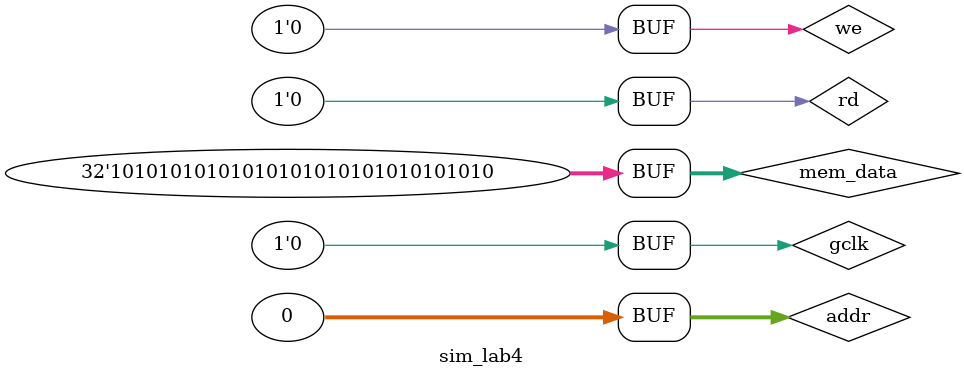
<source format=v>
`timescale 1ns / 1ps


module sim_lab4;

	// Inputs
	reg gclk;
	reg rd;
	reg [31:0] addr;
	reg we;
	reg [31:0] mem_data;

	// Outputs
	wire rst;
	wire valid;
	wire [31:0] mem_addr;
	wire [31:0] data;

	// Instantiate the Unit Under Test (UUT)
	lab4 uut (
		.gclk(gclk), 
		.rd(rd), 
		.addr(addr), 
		.we(we), 
		.mem_data(mem_data), 
		.rst(rst), 
		.valid(valid), 
		.mem_addr(mem_addr), 
		.data(data)
	);

	initial begin
		// Initialize Inputs
		gclk = 0;
		rd = 0;
		addr = 0;
		we = 0;
		mem_data = 0;

		// Wait 100 ns for global reset to finish
		#100;
        
		// Add stimulus here
		
			#5
			rd=1;
			mem_data = 32'hAAAA_AAAA;
			addr = 32'hFFFF_FFFF;
			gclk = 1;
			#5
			gclk=0;
			#5
			gclk=1;
			rd=0;
			addr = 32'h0000_0000;
			#5
			gclk=0;
			#5
			gclk=1;
			#5
			gclk=0;
			#5
			gclk=1;
			#5
			gclk=0;
			#5
			gclk=1;
			#5
			gclk=0;
			#5
			gclk=1;
			#5
			gclk=0;
			#5
			gclk=1;
			#5
			gclk=0;
			#5
			gclk=1;
			#5
			gclk=0;
			#5
			gclk=1;
			#5
			gclk=0;
			#5
			gclk=1;
			#5
			gclk=0;
			#5
			gclk=1;
			#5
			gclk=0;
			#5
			gclk=1;
			#5
			gclk=0;
			#5
			gclk=1;
			#5
			gclk=0;
			#5
			gclk=1;
			#5
			gclk=0;
			#5
			gclk=1;
			#5
			gclk=0;
			#5
			gclk=1;
			#5
			gclk=0;
			#5
			gclk=1;
			#5
			gclk=0;
			#5
			gclk=1;
			#5
			gclk=0;
			#5
			gclk=1;
			#5
			gclk=0;
			#5
			gclk=1;
			#5
			gclk=0;
			#5
			gclk=1;
			#5
			gclk=0;
			#5
			gclk=1;
			#5
			gclk=0;
			#5
			gclk=1;
			#5
			gclk=0;
			#5
			gclk=1;
			#5
			gclk=0;
			#5
			gclk=1;
			#5
			gclk=0;
			
		
		

	end
      
endmodule


</source>
